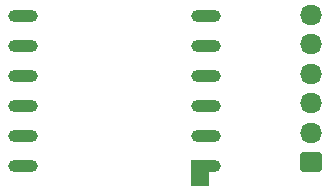
<source format=gbr>
%TF.GenerationSoftware,KiCad,Pcbnew,(6.0.2-0)*%
%TF.CreationDate,2022-03-06T13:34:15+00:00*%
%TF.ProjectId,L86,4c38362e-6b69-4636-9164-5f7063625858,rev?*%
%TF.SameCoordinates,Original*%
%TF.FileFunction,Soldermask,Top*%
%TF.FilePolarity,Negative*%
%FSLAX46Y46*%
G04 Gerber Fmt 4.6, Leading zero omitted, Abs format (unit mm)*
G04 Created by KiCad (PCBNEW (6.0.2-0)) date 2022-03-06 13:34:15*
%MOMM*%
%LPD*%
G01*
G04 APERTURE LIST*
G04 Aperture macros list*
%AMRoundRect*
0 Rectangle with rounded corners*
0 $1 Rounding radius*
0 $2 $3 $4 $5 $6 $7 $8 $9 X,Y pos of 4 corners*
0 Add a 4 corners polygon primitive as box body*
4,1,4,$2,$3,$4,$5,$6,$7,$8,$9,$2,$3,0*
0 Add four circle primitives for the rounded corners*
1,1,$1+$1,$2,$3*
1,1,$1+$1,$4,$5*
1,1,$1+$1,$6,$7*
1,1,$1+$1,$8,$9*
0 Add four rect primitives between the rounded corners*
20,1,$1+$1,$2,$3,$4,$5,0*
20,1,$1+$1,$4,$5,$6,$7,0*
20,1,$1+$1,$6,$7,$8,$9,0*
20,1,$1+$1,$8,$9,$2,$3,0*%
G04 Aperture macros list end*
%ADD10RoundRect,0.250000X0.675000X-0.600000X0.675000X0.600000X-0.675000X0.600000X-0.675000X-0.600000X0*%
%ADD11O,1.850000X1.700000*%
%ADD12RoundRect,0.500000X-0.750000X0.000000X0.750000X0.000000X0.750000X0.000000X-0.750000X0.000000X0*%
%ADD13R,1.500000X2.250000*%
G04 APERTURE END LIST*
D10*
%TO.C,J1*%
X116900000Y-106250000D03*
D11*
X116900000Y-103750000D03*
X116900000Y-101250000D03*
X116900000Y-98750000D03*
X116900000Y-96250000D03*
X116900000Y-93750000D03*
%TD*%
D12*
%TO.C,U1*%
X107950000Y-106550000D03*
D13*
X107450000Y-107175000D03*
D12*
X107950000Y-104010000D03*
X107950000Y-101470000D03*
X107950000Y-98930000D03*
X107950000Y-96390000D03*
X107950000Y-93850000D03*
X92450000Y-93850000D03*
X92450000Y-96390000D03*
X92450000Y-98930000D03*
X92450000Y-101470000D03*
X92450000Y-104010000D03*
X92450000Y-106550000D03*
%TD*%
M02*

</source>
